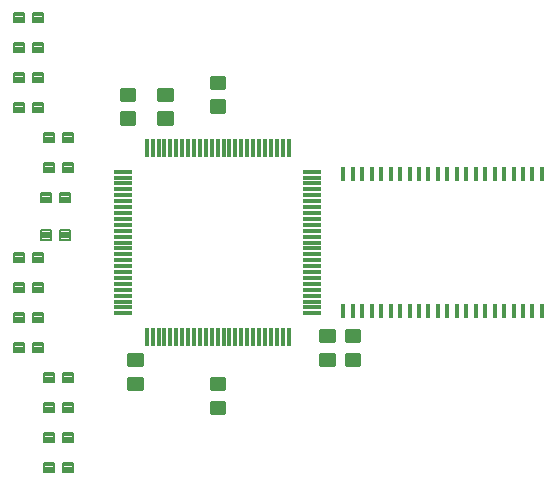
<source format=gtp>
G75*
G70*
%OFA0B0*%
%FSLAX24Y24*%
%IPPOS*%
%LPD*%
%AMOC8*
5,1,8,0,0,1.08239X$1,22.5*
%
%ADD10R,0.0591X0.0138*%
%ADD11R,0.0138X0.0591*%
%ADD12R,0.0157X0.0512*%
%ADD13C,0.0094*%
%ADD14C,0.0079*%
D10*
X005354Y007142D03*
X005354Y007339D03*
X005354Y007535D03*
X005354Y007732D03*
X005354Y007929D03*
X005354Y008126D03*
X005354Y008323D03*
X005354Y008520D03*
X005354Y008717D03*
X005354Y008913D03*
X005354Y009110D03*
X005354Y009307D03*
X005354Y009504D03*
X005354Y009701D03*
X005354Y009898D03*
X005354Y010095D03*
X005354Y010291D03*
X005354Y010488D03*
X005354Y010685D03*
X005354Y010882D03*
X005354Y011079D03*
X005354Y011276D03*
X005354Y011472D03*
X005354Y011669D03*
X005354Y011866D03*
X011654Y011866D03*
X011654Y011669D03*
X011654Y011472D03*
X011654Y011276D03*
X011654Y011079D03*
X011654Y010882D03*
X011654Y010685D03*
X011654Y010488D03*
X011654Y010291D03*
X011654Y010095D03*
X011654Y009898D03*
X011654Y009701D03*
X011654Y009504D03*
X011654Y009307D03*
X011654Y009110D03*
X011654Y008913D03*
X011654Y008717D03*
X011654Y008520D03*
X011654Y008323D03*
X011654Y008126D03*
X011654Y007929D03*
X011654Y007732D03*
X011654Y007535D03*
X011654Y007339D03*
X011654Y007142D03*
D11*
X010866Y006354D03*
X010669Y006354D03*
X010472Y006354D03*
X010276Y006354D03*
X010079Y006354D03*
X009882Y006354D03*
X009685Y006354D03*
X009488Y006354D03*
X009291Y006354D03*
X009095Y006354D03*
X008898Y006354D03*
X008701Y006354D03*
X008504Y006354D03*
X008307Y006354D03*
X008110Y006354D03*
X007913Y006354D03*
X007717Y006354D03*
X007520Y006354D03*
X007323Y006354D03*
X007126Y006354D03*
X006929Y006354D03*
X006732Y006354D03*
X006535Y006354D03*
X006339Y006354D03*
X006142Y006354D03*
X006142Y012654D03*
X006339Y012654D03*
X006535Y012654D03*
X006732Y012654D03*
X006929Y012654D03*
X007126Y012654D03*
X007323Y012654D03*
X007520Y012654D03*
X007717Y012654D03*
X007913Y012654D03*
X008110Y012654D03*
X008307Y012654D03*
X008504Y012654D03*
X008701Y012654D03*
X008898Y012654D03*
X009095Y012654D03*
X009291Y012654D03*
X009488Y012654D03*
X009685Y012654D03*
X009882Y012654D03*
X010079Y012654D03*
X010276Y012654D03*
X010472Y012654D03*
X010669Y012654D03*
X010866Y012654D03*
D12*
X012697Y011787D03*
X013012Y011787D03*
X013327Y011787D03*
X013642Y011787D03*
X013957Y011787D03*
X014272Y011787D03*
X014587Y011787D03*
X014902Y011787D03*
X015217Y011787D03*
X015531Y011787D03*
X015846Y011787D03*
X016161Y011787D03*
X016476Y011787D03*
X016791Y011787D03*
X017106Y011787D03*
X017421Y011787D03*
X017736Y011787D03*
X018051Y011787D03*
X018366Y011787D03*
X018681Y011787D03*
X018996Y011787D03*
X019311Y011787D03*
X019311Y007220D03*
X018996Y007220D03*
X018681Y007220D03*
X018366Y007220D03*
X018051Y007220D03*
X017736Y007220D03*
X017421Y007220D03*
X017106Y007220D03*
X016791Y007220D03*
X016476Y007220D03*
X016161Y007220D03*
X015846Y007220D03*
X015531Y007220D03*
X015217Y007220D03*
X014902Y007220D03*
X014587Y007220D03*
X014272Y007220D03*
X013957Y007220D03*
X013642Y007220D03*
X013327Y007220D03*
X013012Y007220D03*
X012697Y007220D03*
D13*
X013232Y006587D02*
X013232Y006209D01*
X012776Y006209D01*
X012776Y006587D01*
X013232Y006587D01*
X013232Y006302D02*
X012776Y006302D01*
X012776Y006395D02*
X013232Y006395D01*
X013232Y006488D02*
X012776Y006488D01*
X012776Y006581D02*
X013232Y006581D01*
X012382Y006587D02*
X012382Y006209D01*
X011926Y006209D01*
X011926Y006587D01*
X012382Y006587D01*
X012382Y006302D02*
X011926Y006302D01*
X011926Y006395D02*
X012382Y006395D01*
X012382Y006488D02*
X011926Y006488D01*
X011926Y006581D02*
X012382Y006581D01*
X012382Y005799D02*
X012382Y005421D01*
X011926Y005421D01*
X011926Y005799D01*
X012382Y005799D01*
X012382Y005514D02*
X011926Y005514D01*
X011926Y005607D02*
X012382Y005607D01*
X012382Y005700D02*
X011926Y005700D01*
X011926Y005793D02*
X012382Y005793D01*
X013232Y005799D02*
X013232Y005421D01*
X012776Y005421D01*
X012776Y005799D01*
X013232Y005799D01*
X013232Y005514D02*
X012776Y005514D01*
X012776Y005607D02*
X013232Y005607D01*
X013232Y005700D02*
X012776Y005700D01*
X012776Y005793D02*
X013232Y005793D01*
X008732Y004987D02*
X008732Y004609D01*
X008276Y004609D01*
X008276Y004987D01*
X008732Y004987D01*
X008732Y004702D02*
X008276Y004702D01*
X008276Y004795D02*
X008732Y004795D01*
X008732Y004888D02*
X008276Y004888D01*
X008276Y004981D02*
X008732Y004981D01*
X008732Y004199D02*
X008732Y003821D01*
X008276Y003821D01*
X008276Y004199D01*
X008732Y004199D01*
X008732Y003914D02*
X008276Y003914D01*
X008276Y004007D02*
X008732Y004007D01*
X008732Y004100D02*
X008276Y004100D01*
X008276Y004193D02*
X008732Y004193D01*
X005982Y004621D02*
X005982Y004999D01*
X005982Y004621D02*
X005526Y004621D01*
X005526Y004999D01*
X005982Y004999D01*
X005982Y004714D02*
X005526Y004714D01*
X005526Y004807D02*
X005982Y004807D01*
X005982Y004900D02*
X005526Y004900D01*
X005526Y004993D02*
X005982Y004993D01*
X005982Y005409D02*
X005982Y005787D01*
X005982Y005409D02*
X005526Y005409D01*
X005526Y005787D01*
X005982Y005787D01*
X005982Y005502D02*
X005526Y005502D01*
X005526Y005595D02*
X005982Y005595D01*
X005982Y005688D02*
X005526Y005688D01*
X005526Y005781D02*
X005982Y005781D01*
X005276Y013471D02*
X005276Y013849D01*
X005732Y013849D01*
X005732Y013471D01*
X005276Y013471D01*
X005276Y013564D02*
X005732Y013564D01*
X005732Y013657D02*
X005276Y013657D01*
X005276Y013750D02*
X005732Y013750D01*
X005732Y013843D02*
X005276Y013843D01*
X005276Y014259D02*
X005276Y014637D01*
X005732Y014637D01*
X005732Y014259D01*
X005276Y014259D01*
X005276Y014352D02*
X005732Y014352D01*
X005732Y014445D02*
X005276Y014445D01*
X005276Y014538D02*
X005732Y014538D01*
X005732Y014631D02*
X005276Y014631D01*
X006526Y014637D02*
X006526Y014259D01*
X006526Y014637D02*
X006982Y014637D01*
X006982Y014259D01*
X006526Y014259D01*
X006526Y014352D02*
X006982Y014352D01*
X006982Y014445D02*
X006526Y014445D01*
X006526Y014538D02*
X006982Y014538D01*
X006982Y014631D02*
X006526Y014631D01*
X006526Y013849D02*
X006526Y013471D01*
X006526Y013849D02*
X006982Y013849D01*
X006982Y013471D01*
X006526Y013471D01*
X006526Y013564D02*
X006982Y013564D01*
X006982Y013657D02*
X006526Y013657D01*
X006526Y013750D02*
X006982Y013750D01*
X006982Y013843D02*
X006526Y013843D01*
X008276Y013871D02*
X008276Y014249D01*
X008732Y014249D01*
X008732Y013871D01*
X008276Y013871D01*
X008276Y013964D02*
X008732Y013964D01*
X008732Y014057D02*
X008276Y014057D01*
X008276Y014150D02*
X008732Y014150D01*
X008732Y014243D02*
X008276Y014243D01*
X008276Y014659D02*
X008276Y015037D01*
X008732Y015037D01*
X008732Y014659D01*
X008276Y014659D01*
X008276Y014752D02*
X008732Y014752D01*
X008732Y014845D02*
X008276Y014845D01*
X008276Y014938D02*
X008732Y014938D01*
X008732Y015031D02*
X008276Y015031D01*
D14*
X003047Y001846D02*
X002731Y001846D01*
X002731Y002162D01*
X003047Y002162D01*
X003047Y001846D01*
X003047Y001924D02*
X002731Y001924D01*
X002731Y002002D02*
X003047Y002002D01*
X003047Y002080D02*
X002731Y002080D01*
X002731Y002158D02*
X003047Y002158D01*
X003361Y001846D02*
X003677Y001846D01*
X003361Y001846D02*
X003361Y002162D01*
X003677Y002162D01*
X003677Y001846D01*
X003677Y001924D02*
X003361Y001924D01*
X003361Y002002D02*
X003677Y002002D01*
X003677Y002080D02*
X003361Y002080D01*
X003361Y002158D02*
X003677Y002158D01*
X003677Y002846D02*
X003361Y002846D01*
X003361Y003162D01*
X003677Y003162D01*
X003677Y002846D01*
X003677Y002924D02*
X003361Y002924D01*
X003361Y003002D02*
X003677Y003002D01*
X003677Y003080D02*
X003361Y003080D01*
X003361Y003158D02*
X003677Y003158D01*
X003047Y002846D02*
X002731Y002846D01*
X002731Y003162D01*
X003047Y003162D01*
X003047Y002846D01*
X003047Y002924D02*
X002731Y002924D01*
X002731Y003002D02*
X003047Y003002D01*
X003047Y003080D02*
X002731Y003080D01*
X002731Y003158D02*
X003047Y003158D01*
X003047Y003846D02*
X002731Y003846D01*
X002731Y004162D01*
X003047Y004162D01*
X003047Y003846D01*
X003047Y003924D02*
X002731Y003924D01*
X002731Y004002D02*
X003047Y004002D01*
X003047Y004080D02*
X002731Y004080D01*
X002731Y004158D02*
X003047Y004158D01*
X003361Y003846D02*
X003677Y003846D01*
X003361Y003846D02*
X003361Y004162D01*
X003677Y004162D01*
X003677Y003846D01*
X003677Y003924D02*
X003361Y003924D01*
X003361Y004002D02*
X003677Y004002D01*
X003677Y004080D02*
X003361Y004080D01*
X003361Y004158D02*
X003677Y004158D01*
X003677Y004846D02*
X003361Y004846D01*
X003361Y005162D01*
X003677Y005162D01*
X003677Y004846D01*
X003677Y004924D02*
X003361Y004924D01*
X003361Y005002D02*
X003677Y005002D01*
X003677Y005080D02*
X003361Y005080D01*
X003361Y005158D02*
X003677Y005158D01*
X003047Y004846D02*
X002731Y004846D01*
X002731Y005162D01*
X003047Y005162D01*
X003047Y004846D01*
X003047Y004924D02*
X002731Y004924D01*
X002731Y005002D02*
X003047Y005002D01*
X003047Y005080D02*
X002731Y005080D01*
X002731Y005158D02*
X003047Y005158D01*
X002677Y005846D02*
X002361Y005846D01*
X002361Y006162D01*
X002677Y006162D01*
X002677Y005846D01*
X002677Y005924D02*
X002361Y005924D01*
X002361Y006002D02*
X002677Y006002D01*
X002677Y006080D02*
X002361Y006080D01*
X002361Y006158D02*
X002677Y006158D01*
X002047Y005846D02*
X001731Y005846D01*
X001731Y006162D01*
X002047Y006162D01*
X002047Y005846D01*
X002047Y005924D02*
X001731Y005924D01*
X001731Y006002D02*
X002047Y006002D01*
X002047Y006080D02*
X001731Y006080D01*
X001731Y006158D02*
X002047Y006158D01*
X002047Y006846D02*
X001731Y006846D01*
X001731Y007162D01*
X002047Y007162D01*
X002047Y006846D01*
X002047Y006924D02*
X001731Y006924D01*
X001731Y007002D02*
X002047Y007002D01*
X002047Y007080D02*
X001731Y007080D01*
X001731Y007158D02*
X002047Y007158D01*
X002361Y006846D02*
X002677Y006846D01*
X002361Y006846D02*
X002361Y007162D01*
X002677Y007162D01*
X002677Y006846D01*
X002677Y006924D02*
X002361Y006924D01*
X002361Y007002D02*
X002677Y007002D01*
X002677Y007080D02*
X002361Y007080D01*
X002361Y007158D02*
X002677Y007158D01*
X002677Y007846D02*
X002361Y007846D01*
X002361Y008162D01*
X002677Y008162D01*
X002677Y007846D01*
X002677Y007924D02*
X002361Y007924D01*
X002361Y008002D02*
X002677Y008002D01*
X002677Y008080D02*
X002361Y008080D01*
X002361Y008158D02*
X002677Y008158D01*
X002047Y007846D02*
X001731Y007846D01*
X001731Y008162D01*
X002047Y008162D01*
X002047Y007846D01*
X002047Y007924D02*
X001731Y007924D01*
X001731Y008002D02*
X002047Y008002D01*
X002047Y008080D02*
X001731Y008080D01*
X001731Y008158D02*
X002047Y008158D01*
X002047Y008846D02*
X001731Y008846D01*
X001731Y009162D01*
X002047Y009162D01*
X002047Y008846D01*
X002047Y008924D02*
X001731Y008924D01*
X001731Y009002D02*
X002047Y009002D01*
X002047Y009080D02*
X001731Y009080D01*
X001731Y009158D02*
X002047Y009158D01*
X002361Y008846D02*
X002677Y008846D01*
X002361Y008846D02*
X002361Y009162D01*
X002677Y009162D01*
X002677Y008846D01*
X002677Y008924D02*
X002361Y008924D01*
X002361Y009002D02*
X002677Y009002D01*
X002677Y009080D02*
X002361Y009080D01*
X002361Y009158D02*
X002677Y009158D01*
X002631Y009596D02*
X002947Y009596D01*
X002631Y009596D02*
X002631Y009912D01*
X002947Y009912D01*
X002947Y009596D01*
X002947Y009674D02*
X002631Y009674D01*
X002631Y009752D02*
X002947Y009752D01*
X002947Y009830D02*
X002631Y009830D01*
X002631Y009908D02*
X002947Y009908D01*
X003261Y009596D02*
X003577Y009596D01*
X003261Y009596D02*
X003261Y009912D01*
X003577Y009912D01*
X003577Y009596D01*
X003577Y009674D02*
X003261Y009674D01*
X003261Y009752D02*
X003577Y009752D01*
X003577Y009830D02*
X003261Y009830D01*
X003261Y009908D02*
X003577Y009908D01*
X003577Y010846D02*
X003261Y010846D01*
X003261Y011162D01*
X003577Y011162D01*
X003577Y010846D01*
X003577Y010924D02*
X003261Y010924D01*
X003261Y011002D02*
X003577Y011002D01*
X003577Y011080D02*
X003261Y011080D01*
X003261Y011158D02*
X003577Y011158D01*
X002947Y010846D02*
X002631Y010846D01*
X002631Y011162D01*
X002947Y011162D01*
X002947Y010846D01*
X002947Y010924D02*
X002631Y010924D01*
X002631Y011002D02*
X002947Y011002D01*
X002947Y011080D02*
X002631Y011080D01*
X002631Y011158D02*
X002947Y011158D01*
X003047Y011846D02*
X002731Y011846D01*
X002731Y012162D01*
X003047Y012162D01*
X003047Y011846D01*
X003047Y011924D02*
X002731Y011924D01*
X002731Y012002D02*
X003047Y012002D01*
X003047Y012080D02*
X002731Y012080D01*
X002731Y012158D02*
X003047Y012158D01*
X003361Y011846D02*
X003677Y011846D01*
X003361Y011846D02*
X003361Y012162D01*
X003677Y012162D01*
X003677Y011846D01*
X003677Y011924D02*
X003361Y011924D01*
X003361Y012002D02*
X003677Y012002D01*
X003677Y012080D02*
X003361Y012080D01*
X003361Y012158D02*
X003677Y012158D01*
X003677Y012846D02*
X003361Y012846D01*
X003361Y013162D01*
X003677Y013162D01*
X003677Y012846D01*
X003677Y012924D02*
X003361Y012924D01*
X003361Y013002D02*
X003677Y013002D01*
X003677Y013080D02*
X003361Y013080D01*
X003361Y013158D02*
X003677Y013158D01*
X003047Y012846D02*
X002731Y012846D01*
X002731Y013162D01*
X003047Y013162D01*
X003047Y012846D01*
X003047Y012924D02*
X002731Y012924D01*
X002731Y013002D02*
X003047Y013002D01*
X003047Y013080D02*
X002731Y013080D01*
X002731Y013158D02*
X003047Y013158D01*
X002677Y013846D02*
X002361Y013846D01*
X002361Y014162D01*
X002677Y014162D01*
X002677Y013846D01*
X002677Y013924D02*
X002361Y013924D01*
X002361Y014002D02*
X002677Y014002D01*
X002677Y014080D02*
X002361Y014080D01*
X002361Y014158D02*
X002677Y014158D01*
X002047Y013846D02*
X001731Y013846D01*
X001731Y014162D01*
X002047Y014162D01*
X002047Y013846D01*
X002047Y013924D02*
X001731Y013924D01*
X001731Y014002D02*
X002047Y014002D01*
X002047Y014080D02*
X001731Y014080D01*
X001731Y014158D02*
X002047Y014158D01*
X002047Y014846D02*
X001731Y014846D01*
X001731Y015162D01*
X002047Y015162D01*
X002047Y014846D01*
X002047Y014924D02*
X001731Y014924D01*
X001731Y015002D02*
X002047Y015002D01*
X002047Y015080D02*
X001731Y015080D01*
X001731Y015158D02*
X002047Y015158D01*
X002361Y014846D02*
X002677Y014846D01*
X002361Y014846D02*
X002361Y015162D01*
X002677Y015162D01*
X002677Y014846D01*
X002677Y014924D02*
X002361Y014924D01*
X002361Y015002D02*
X002677Y015002D01*
X002677Y015080D02*
X002361Y015080D01*
X002361Y015158D02*
X002677Y015158D01*
X002677Y015846D02*
X002361Y015846D01*
X002361Y016162D01*
X002677Y016162D01*
X002677Y015846D01*
X002677Y015924D02*
X002361Y015924D01*
X002361Y016002D02*
X002677Y016002D01*
X002677Y016080D02*
X002361Y016080D01*
X002361Y016158D02*
X002677Y016158D01*
X002047Y015846D02*
X001731Y015846D01*
X001731Y016162D01*
X002047Y016162D01*
X002047Y015846D01*
X002047Y015924D02*
X001731Y015924D01*
X001731Y016002D02*
X002047Y016002D01*
X002047Y016080D02*
X001731Y016080D01*
X001731Y016158D02*
X002047Y016158D01*
X002047Y016846D02*
X001731Y016846D01*
X001731Y017162D01*
X002047Y017162D01*
X002047Y016846D01*
X002047Y016924D02*
X001731Y016924D01*
X001731Y017002D02*
X002047Y017002D01*
X002047Y017080D02*
X001731Y017080D01*
X001731Y017158D02*
X002047Y017158D01*
X002361Y016846D02*
X002677Y016846D01*
X002361Y016846D02*
X002361Y017162D01*
X002677Y017162D01*
X002677Y016846D01*
X002677Y016924D02*
X002361Y016924D01*
X002361Y017002D02*
X002677Y017002D01*
X002677Y017080D02*
X002361Y017080D01*
X002361Y017158D02*
X002677Y017158D01*
M02*

</source>
